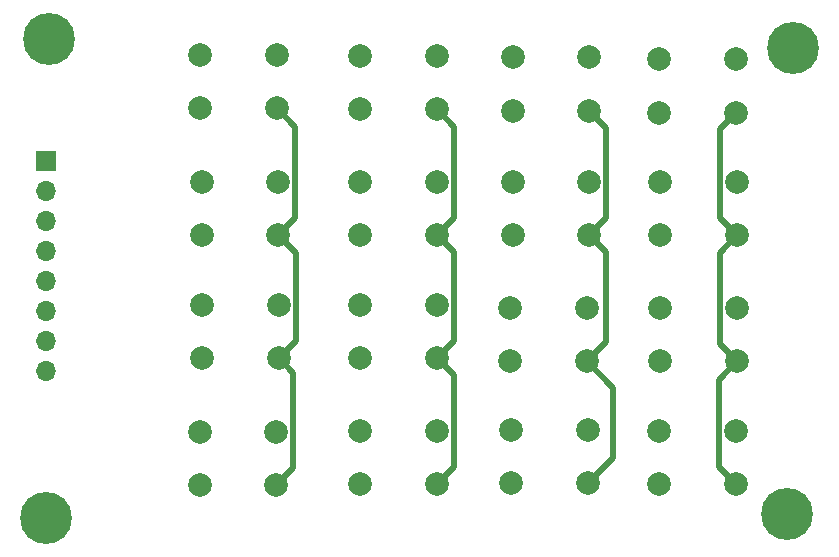
<source format=gbr>
%TF.GenerationSoftware,KiCad,Pcbnew,(5.1.6)-1*%
%TF.CreationDate,2020-07-27T17:31:04+02:00*%
%TF.ProjectId,16_buttons_keypad_board,31365f62-7574-4746-9f6e-735f6b657970,rev?*%
%TF.SameCoordinates,Original*%
%TF.FileFunction,Copper,L2,Bot*%
%TF.FilePolarity,Positive*%
%FSLAX46Y46*%
G04 Gerber Fmt 4.6, Leading zero omitted, Abs format (unit mm)*
G04 Created by KiCad (PCBNEW (5.1.6)-1) date 2020-07-27 17:31:04*
%MOMM*%
%LPD*%
G01*
G04 APERTURE LIST*
%TA.AperFunction,ComponentPad*%
%ADD10C,4.400000*%
%TD*%
%TA.AperFunction,ComponentPad*%
%ADD11C,2.000000*%
%TD*%
%TA.AperFunction,ComponentPad*%
%ADD12O,1.700000X1.700000*%
%TD*%
%TA.AperFunction,ComponentPad*%
%ADD13R,1.700000X1.700000*%
%TD*%
%TA.AperFunction,Conductor*%
%ADD14C,0.500000*%
%TD*%
G04 APERTURE END LIST*
D10*
%TO.P,REF\u002A\u002A,1*%
%TO.N,N/C*%
X115800000Y-107375000D03*
%TD*%
%TO.P,REF\u002A\u002A,1*%
%TO.N,N/C*%
X116025000Y-66875000D03*
%TD*%
%TO.P,REF\u002A\u002A,1*%
%TO.N,N/C*%
X179075000Y-67600000D03*
%TD*%
%TO.P,REF\u002A\u002A,1*%
%TO.N,N/C*%
X178525000Y-107075000D03*
%TD*%
D11*
%TO.P,D,1*%
%TO.N,/R4*%
X174200000Y-100000000D03*
%TO.P,D,2*%
%TO.N,/C4*%
X174200000Y-104500000D03*
%TO.P,D,1*%
%TO.N,/R4*%
X167700000Y-100000000D03*
%TO.P,D,2*%
%TO.N,/C4*%
X167700000Y-104500000D03*
%TD*%
%TO.P,C,1*%
%TO.N,/R3*%
X174325000Y-89625000D03*
%TO.P,C,2*%
%TO.N,/C4*%
X174325000Y-94125000D03*
%TO.P,C,1*%
%TO.N,/R3*%
X167825000Y-89625000D03*
%TO.P,C,2*%
%TO.N,/C4*%
X167825000Y-94125000D03*
%TD*%
%TO.P,B,1*%
%TO.N,/R2*%
X174325000Y-78975000D03*
%TO.P,B,2*%
%TO.N,/C4*%
X174325000Y-83475000D03*
%TO.P,B,1*%
%TO.N,/R2*%
X167825000Y-78975000D03*
%TO.P,B,2*%
%TO.N,/C4*%
X167825000Y-83475000D03*
%TD*%
%TO.P,A,1*%
%TO.N,/R1*%
X174225000Y-68575000D03*
%TO.P,A,2*%
%TO.N,/C4*%
X174225000Y-73075000D03*
%TO.P,A,1*%
%TO.N,/R1*%
X167725000Y-68575000D03*
%TO.P,A,2*%
%TO.N,/C4*%
X167725000Y-73075000D03*
%TD*%
%TO.P,#,1*%
%TO.N,/R4*%
X161650000Y-99950000D03*
%TO.P,#,2*%
%TO.N,/C3*%
X161650000Y-104450000D03*
%TO.P,#,1*%
%TO.N,/R4*%
X155150000Y-99950000D03*
%TO.P,#,2*%
%TO.N,/C3*%
X155150000Y-104450000D03*
%TD*%
%TO.P,9,1*%
%TO.N,/R3*%
X161600000Y-89625000D03*
%TO.P,9,2*%
%TO.N,/C3*%
X161600000Y-94125000D03*
%TO.P,9,1*%
%TO.N,/R3*%
X155100000Y-89625000D03*
%TO.P,9,2*%
%TO.N,/C3*%
X155100000Y-94125000D03*
%TD*%
%TO.P,6,1*%
%TO.N,/R2*%
X161800000Y-78925000D03*
%TO.P,6,2*%
%TO.N,/C3*%
X161800000Y-83425000D03*
%TO.P,6,1*%
%TO.N,/R2*%
X155300000Y-78925000D03*
%TO.P,6,2*%
%TO.N,/C3*%
X155300000Y-83425000D03*
%TD*%
%TO.P,3,1*%
%TO.N,/R1*%
X161800000Y-68400000D03*
%TO.P,3,2*%
%TO.N,/C3*%
X161800000Y-72900000D03*
%TO.P,3,1*%
%TO.N,/R1*%
X155300000Y-68400000D03*
%TO.P,3,2*%
%TO.N,/C3*%
X155300000Y-72900000D03*
%TD*%
%TO.P,0,1*%
%TO.N,/R4*%
X148900000Y-100050000D03*
%TO.P,0,2*%
%TO.N,/C2*%
X148900000Y-104550000D03*
%TO.P,0,1*%
%TO.N,/R4*%
X142400000Y-100050000D03*
%TO.P,0,2*%
%TO.N,/C2*%
X142400000Y-104550000D03*
%TD*%
%TO.P,8,1*%
%TO.N,/R3*%
X148900000Y-89350000D03*
%TO.P,8,2*%
%TO.N,/C2*%
X148900000Y-93850000D03*
%TO.P,8,1*%
%TO.N,/R3*%
X142400000Y-89350000D03*
%TO.P,8,2*%
%TO.N,/C2*%
X142400000Y-93850000D03*
%TD*%
%TO.P,5,1*%
%TO.N,/R2*%
X148900000Y-78950000D03*
%TO.P,5,2*%
%TO.N,/C2*%
X148900000Y-83450000D03*
%TO.P,5,1*%
%TO.N,/R2*%
X142400000Y-78950000D03*
%TO.P,5,2*%
%TO.N,/C2*%
X142400000Y-83450000D03*
%TD*%
%TO.P,2,1*%
%TO.N,/R1*%
X148900000Y-68300000D03*
%TO.P,2,2*%
%TO.N,/C2*%
X148900000Y-72800000D03*
%TO.P,2,1*%
%TO.N,/R1*%
X142400000Y-68300000D03*
%TO.P,2,2*%
%TO.N,/C2*%
X142400000Y-72800000D03*
%TD*%
%TO.P,\u002A,1*%
%TO.N,/R4*%
X135300000Y-100075000D03*
%TO.P,\u002A,2*%
%TO.N,/C1*%
X135300000Y-104575000D03*
%TO.P,\u002A,1*%
%TO.N,/R4*%
X128800000Y-100075000D03*
%TO.P,\u002A,2*%
%TO.N,/C1*%
X128800000Y-104575000D03*
%TD*%
%TO.P,7,1*%
%TO.N,/R3*%
X135500000Y-89350000D03*
%TO.P,7,2*%
%TO.N,/C1*%
X135500000Y-93850000D03*
%TO.P,7,1*%
%TO.N,/R3*%
X129000000Y-89350000D03*
%TO.P,7,2*%
%TO.N,/C1*%
X129000000Y-93850000D03*
%TD*%
%TO.P,4,1*%
%TO.N,/R2*%
X135475000Y-78975000D03*
%TO.P,4,2*%
%TO.N,/C1*%
X135475000Y-83475000D03*
%TO.P,4,1*%
%TO.N,/R2*%
X128975000Y-78975000D03*
%TO.P,4,2*%
%TO.N,/C1*%
X128975000Y-83475000D03*
%TD*%
%TO.P,1,1*%
%TO.N,/R1*%
X135350000Y-68225000D03*
%TO.P,1,2*%
%TO.N,/C1*%
X135350000Y-72725000D03*
%TO.P,1,1*%
%TO.N,/R1*%
X128850000Y-68225000D03*
%TO.P,1,2*%
%TO.N,/C1*%
X128850000Y-72725000D03*
%TD*%
D12*
%TO.P,J1,8*%
%TO.N,/C4*%
X115775000Y-94955000D03*
%TO.P,J1,7*%
%TO.N,/C3*%
X115775000Y-92415000D03*
%TO.P,J1,6*%
%TO.N,/C2*%
X115775000Y-89875000D03*
%TO.P,J1,5*%
%TO.N,/C1*%
X115775000Y-87335000D03*
%TO.P,J1,4*%
%TO.N,/R4*%
X115775000Y-84795000D03*
%TO.P,J1,3*%
%TO.N,/R3*%
X115775000Y-82255000D03*
%TO.P,J1,2*%
%TO.N,/R2*%
X115775000Y-79715000D03*
D13*
%TO.P,J1,1*%
%TO.N,/R1*%
X115775000Y-77175000D03*
%TD*%
D14*
%TO.N,/C4*%
X172874999Y-82024999D02*
X174325000Y-83475000D01*
X172874999Y-74425001D02*
X172874999Y-82024999D01*
X174225000Y-73075000D02*
X172874999Y-74425001D01*
X172749999Y-95700001D02*
X172749999Y-103049999D01*
X172749999Y-103049999D02*
X174200000Y-104500000D01*
X174325000Y-94125000D02*
X172749999Y-95700001D01*
X172874999Y-92674999D02*
X174325000Y-94125000D01*
X172874999Y-84925001D02*
X172874999Y-92674999D01*
X174325000Y-83475000D02*
X172874999Y-84925001D01*
%TO.N,/C3*%
X161800000Y-83425000D02*
X163225000Y-84850000D01*
X163225000Y-92500000D02*
X161600000Y-94125000D01*
X163225000Y-84850000D02*
X163225000Y-92500000D01*
X161600000Y-94125000D02*
X163825000Y-96350000D01*
X163825000Y-102275000D02*
X161650000Y-104450000D01*
X163825000Y-96350000D02*
X163825000Y-102275000D01*
X163250001Y-81974999D02*
X161800000Y-83425000D01*
X163250001Y-74350001D02*
X163250001Y-81974999D01*
X161800000Y-72900000D02*
X163250001Y-74350001D01*
%TO.N,/C2*%
X150350001Y-81999999D02*
X148900000Y-83450000D01*
X150350001Y-74250001D02*
X150350001Y-81999999D01*
X148900000Y-72800000D02*
X150350001Y-74250001D01*
X150350001Y-92399999D02*
X148900000Y-93850000D01*
X150350001Y-84900001D02*
X150350001Y-92399999D01*
X148900000Y-83450000D02*
X150350001Y-84900001D01*
X150350001Y-103099999D02*
X148900000Y-104550000D01*
X150350001Y-95300001D02*
X150350001Y-103099999D01*
X148900000Y-93850000D02*
X150350001Y-95300001D01*
%TO.N,/C1*%
X136925001Y-82024999D02*
X135475000Y-83475000D01*
X136925001Y-74300001D02*
X136925001Y-82024999D01*
X135350000Y-72725000D02*
X136925001Y-74300001D01*
X136950001Y-84950001D02*
X136950001Y-92399999D01*
X136950001Y-92399999D02*
X135500000Y-93850000D01*
X135475000Y-83475000D02*
X136950001Y-84950001D01*
X136750001Y-103124999D02*
X135300000Y-104575000D01*
X136750001Y-95100001D02*
X136750001Y-103124999D01*
X135500000Y-93850000D02*
X136750001Y-95100001D01*
%TD*%
M02*

</source>
